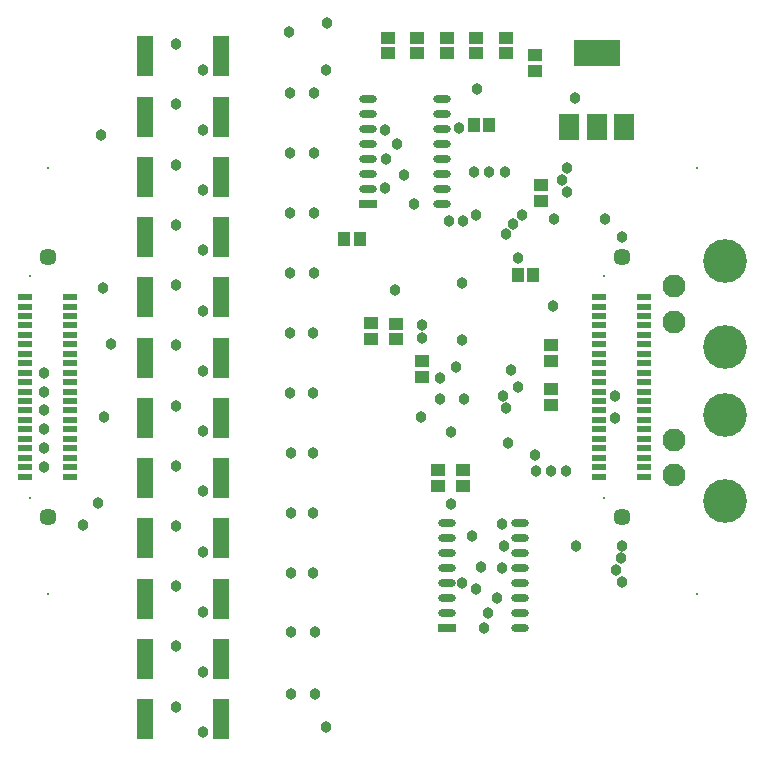
<source format=gbr>
%TF.GenerationSoftware,Altium Limited,Altium Designer,19.0.10 (269)*%
G04 Layer_Color=16711935*
%FSLAX26Y26*%
%MOIN*%
%TF.FileFunction,Soldermask,Bot*%
%TF.Part,Single*%
G01*
G75*
%TA.AperFunction,SMDPad,CuDef*%
%ADD40R,0.041465X0.045402*%
%ADD41R,0.157606X0.086740*%
%ADD42R,0.067055X0.086740*%
%TA.AperFunction,ConnectorPad*%
%ADD43R,0.045402X0.041465*%
%TA.AperFunction,SMDPad,CuDef*%
%ADD44R,0.047370X0.043433*%
%ADD45O,0.059181X0.027685*%
%ADD46R,0.059181X0.027685*%
%ADD47R,0.043433X0.047370*%
%ADD48R,0.045402X0.041465*%
%ADD49R,0.047244X0.023622*%
%ADD50R,0.057000X0.133000*%
%TA.AperFunction,ComponentPad*%
%ADD51C,0.008000*%
%ADD52C,0.057087*%
%ADD53C,0.145795*%
%ADD54C,0.076898*%
%TA.AperFunction,WasherPad*%
%ADD55C,0.008000*%
%TA.AperFunction,ViaPad*%
%ADD56C,0.038000*%
D40*
X1667323Y2152559D02*
D03*
X1616142D02*
D03*
D41*
X2026575Y2392717D02*
D03*
D42*
X1936024Y2144685D02*
D03*
X2026575D02*
D03*
X2117126D02*
D03*
D43*
X1329724Y2441929D02*
D03*
Y2390748D02*
D03*
X1428150Y2390748D02*
D03*
Y2441929D02*
D03*
X1526575Y2390748D02*
D03*
Y2441929D02*
D03*
X1625000Y2390748D02*
D03*
Y2441929D02*
D03*
X1723425Y2441929D02*
D03*
Y2390748D02*
D03*
D44*
X1821850Y2332677D02*
D03*
Y2385827D02*
D03*
X1442913Y1364173D02*
D03*
Y1311024D02*
D03*
X1498799Y947500D02*
D03*
Y1000649D02*
D03*
X1581476Y948819D02*
D03*
Y1001968D02*
D03*
X1875984Y1218504D02*
D03*
Y1271653D02*
D03*
Y1418307D02*
D03*
Y1365158D02*
D03*
X1840551Y1950787D02*
D03*
Y1897638D02*
D03*
D45*
X1770551Y827165D02*
D03*
Y777165D02*
D03*
Y727165D02*
D03*
Y677165D02*
D03*
Y627165D02*
D03*
Y577165D02*
D03*
Y527165D02*
D03*
Y477165D02*
D03*
X1526575Y827165D02*
D03*
Y777165D02*
D03*
Y727165D02*
D03*
Y677165D02*
D03*
Y627165D02*
D03*
Y577165D02*
D03*
Y527165D02*
D03*
X1509842Y2237402D02*
D03*
Y2187402D02*
D03*
Y2137402D02*
D03*
Y2087402D02*
D03*
Y2037402D02*
D03*
Y1987402D02*
D03*
Y1937402D02*
D03*
Y1887402D02*
D03*
X1265866Y2237402D02*
D03*
Y2187402D02*
D03*
Y2137402D02*
D03*
Y2087402D02*
D03*
Y2037402D02*
D03*
Y1987402D02*
D03*
Y1937402D02*
D03*
D46*
X1526575Y477165D02*
D03*
X1265866Y1887402D02*
D03*
D47*
X1239173Y1772638D02*
D03*
X1186024D02*
D03*
X1762795Y1651575D02*
D03*
X1815945D02*
D03*
D48*
X1273622Y1491142D02*
D03*
Y1439961D02*
D03*
X1356299Y1438976D02*
D03*
Y1490157D02*
D03*
D49*
X2185039Y980315D02*
D03*
X2035433D02*
D03*
X2185039Y1011811D02*
D03*
X2035433D02*
D03*
X2185039Y1043307D02*
D03*
X2035433D02*
D03*
X2185039Y1074803D02*
D03*
X2035433D02*
D03*
X2185039Y1106299D02*
D03*
X2035433D02*
D03*
X2185039Y1137795D02*
D03*
X2035433D02*
D03*
X2185039Y1169291D02*
D03*
X2035433D02*
D03*
X2185039Y1200787D02*
D03*
X2035433D02*
D03*
X2185039Y1232284D02*
D03*
X2035433D02*
D03*
X2185039Y1263780D02*
D03*
X2035433D02*
D03*
X2185039Y1295276D02*
D03*
X2035433D02*
D03*
X2185039Y1326772D02*
D03*
X2035433D02*
D03*
X2185039Y1358268D02*
D03*
X2035433D02*
D03*
X2185039Y1389764D02*
D03*
X2035433D02*
D03*
X2185039Y1421260D02*
D03*
X2035433D02*
D03*
X2185039Y1452756D02*
D03*
X2035433D02*
D03*
X2185039Y1484252D02*
D03*
X2035433D02*
D03*
X2185039Y1515748D02*
D03*
X2035433D02*
D03*
X2185039Y1547244D02*
D03*
X2035433D02*
D03*
X2185039Y1578740D02*
D03*
X2035433D02*
D03*
X271654Y980315D02*
D03*
X122047D02*
D03*
X271654Y1011811D02*
D03*
X122047D02*
D03*
X271654Y1043307D02*
D03*
X122047D02*
D03*
X271654Y1074803D02*
D03*
X122047D02*
D03*
X271654Y1106299D02*
D03*
X122047D02*
D03*
X271654Y1137795D02*
D03*
X122047D02*
D03*
X271654Y1169291D02*
D03*
X122047D02*
D03*
X271654Y1200787D02*
D03*
X122047D02*
D03*
X271654Y1232284D02*
D03*
X122047D02*
D03*
X271654Y1263780D02*
D03*
X122047D02*
D03*
X271654Y1295276D02*
D03*
X122047D02*
D03*
X271654Y1326772D02*
D03*
X122047D02*
D03*
X271654Y1358268D02*
D03*
X122047D02*
D03*
X271654Y1389764D02*
D03*
X122047D02*
D03*
X271654Y1421260D02*
D03*
X122047D02*
D03*
X271654Y1452756D02*
D03*
X122047D02*
D03*
X271654Y1484252D02*
D03*
X122047D02*
D03*
X271654Y1515748D02*
D03*
X122047D02*
D03*
X271654Y1547244D02*
D03*
X122047D02*
D03*
X271654Y1578740D02*
D03*
X122047D02*
D03*
D50*
X522591Y2380906D02*
D03*
X773591D02*
D03*
X522591Y2180118D02*
D03*
X773591D02*
D03*
X522591Y1979331D02*
D03*
X773591D02*
D03*
X522591Y1778543D02*
D03*
X773591D02*
D03*
X522591Y1577756D02*
D03*
X773591D02*
D03*
X522591Y1376969D02*
D03*
X773591D02*
D03*
X522591Y1176181D02*
D03*
X773591D02*
D03*
X522591Y975394D02*
D03*
X773591D02*
D03*
X522591Y774606D02*
D03*
X773591D02*
D03*
X522591Y573819D02*
D03*
X773591D02*
D03*
X522591Y373032D02*
D03*
X773591D02*
D03*
X522591Y172244D02*
D03*
X773591D02*
D03*
D51*
X2051181Y909449D02*
D03*
Y1649606D02*
D03*
X137795Y909449D02*
D03*
Y1649606D02*
D03*
D52*
X2110236Y846457D02*
D03*
Y1712599D02*
D03*
X196850Y846457D02*
D03*
Y1712599D02*
D03*
D53*
X2453543Y1187008D02*
D03*
Y899606D02*
D03*
Y1698819D02*
D03*
Y1411417D02*
D03*
D54*
X2283465Y984252D02*
D03*
Y1102362D02*
D03*
Y1496063D02*
D03*
Y1614173D02*
D03*
D55*
X196850Y2007874D02*
D03*
X2362205D02*
D03*
Y590551D02*
D03*
X196850D02*
D03*
D56*
X1825787Y999016D02*
D03*
X1819903Y1051181D02*
D03*
X384842Y1178150D02*
D03*
X185039Y1137795D02*
D03*
Y1263780D02*
D03*
Y1200787D02*
D03*
Y1326772D02*
D03*
Y1011811D02*
D03*
Y1074803D02*
D03*
X1692913Y575787D02*
D03*
X1385827Y1986220D02*
D03*
X1361220Y2089567D02*
D03*
X1321063Y2135630D02*
D03*
X1323327Y2038878D02*
D03*
X1320866Y1940945D02*
D03*
X1084646Y1659449D02*
D03*
X1765748Y1708661D02*
D03*
X1880997Y1550273D02*
D03*
X1924213Y999016D02*
D03*
X1080709Y1458661D02*
D03*
X1005905D02*
D03*
X2109213Y709052D02*
D03*
X2054134Y1838583D02*
D03*
X1885827D02*
D03*
X1625984Y607284D02*
D03*
X1956693Y748032D02*
D03*
X1716535Y750000D02*
D03*
X1955709Y2243110D02*
D03*
X1626292Y2272638D02*
D03*
X1567204Y2143701D02*
D03*
X2112205Y1779528D02*
D03*
X2088998Y1177165D02*
D03*
X2088732Y1248526D02*
D03*
X1578740Y1624016D02*
D03*
X1540354Y1128406D02*
D03*
X1502953Y1309055D02*
D03*
X1557087Y1346457D02*
D03*
X1585228Y1238771D02*
D03*
X1577833Y1437085D02*
D03*
X1579724Y1831693D02*
D03*
X1535433D02*
D03*
X1625894Y1851378D02*
D03*
X1722441Y1995079D02*
D03*
X1669291Y1996063D02*
D03*
X1619094Y1997047D02*
D03*
X1723425Y1207677D02*
D03*
X1875000Y999016D02*
D03*
X1710630Y677165D02*
D03*
X1713606Y1247677D02*
D03*
X1765748Y1277559D02*
D03*
X1740158Y1336614D02*
D03*
X1911511Y1968600D02*
D03*
X1417323Y1887795D02*
D03*
X1929134Y2007874D02*
D03*
Y1929134D02*
D03*
X1353347Y1603347D02*
D03*
X1778543Y1852929D02*
D03*
X1723425Y1787401D02*
D03*
X1749016Y1821850D02*
D03*
X1444882Y1486220D02*
D03*
X1445866Y1443898D02*
D03*
X1542323Y889764D02*
D03*
X1440945Y1180118D02*
D03*
X1732284Y1091535D02*
D03*
X1505906Y1238771D02*
D03*
X1128937Y2490630D02*
D03*
X1578740Y624764D02*
D03*
X1612205Y783465D02*
D03*
X1639764Y678150D02*
D03*
X1663386Y526575D02*
D03*
X1710630Y820866D02*
D03*
X2092622Y668340D02*
D03*
X2111323Y749052D02*
D03*
X2110339Y628968D02*
D03*
X1651575Y475394D02*
D03*
X1124016Y144685D02*
D03*
X364173Y893701D02*
D03*
X312992Y820600D02*
D03*
X1125984Y2334646D02*
D03*
X1000000Y2460630D02*
D03*
X1082677Y1259842D02*
D03*
Y858268D02*
D03*
X1084646Y1858268D02*
D03*
X1082677Y657480D02*
D03*
X1082677Y1059055D02*
D03*
X1007874Y858268D02*
D03*
Y460630D02*
D03*
X1084646Y2259843D02*
D03*
X1003937D02*
D03*
X1084646Y2059055D02*
D03*
X1003937D02*
D03*
Y1858268D02*
D03*
X1005905Y1659449D02*
D03*
Y1259842D02*
D03*
X1007874Y1059055D02*
D03*
X1007874Y657480D02*
D03*
X1086614Y460630D02*
D03*
X624232Y414134D02*
D03*
X713051Y328740D02*
D03*
Y1332677D02*
D03*
X1086614Y255905D02*
D03*
X1007874D02*
D03*
X713051Y1935039D02*
D03*
X374114Y2118110D02*
D03*
X381890Y1610236D02*
D03*
X409114Y1421260D02*
D03*
X713051Y2336614D02*
D03*
X624232Y2422008D02*
D03*
X713051Y2135827D02*
D03*
X624232Y2221220D02*
D03*
Y2020433D02*
D03*
X713051Y1734252D02*
D03*
X624232Y1819646D02*
D03*
X713051Y1533465D02*
D03*
X624232Y1618858D02*
D03*
Y1418071D02*
D03*
X713051Y1131890D02*
D03*
X624232Y1217283D02*
D03*
X713051Y931102D02*
D03*
X624232Y1016496D02*
D03*
X713051Y730315D02*
D03*
X624232Y815709D02*
D03*
X713051Y529528D02*
D03*
X624232Y614921D02*
D03*
X713051Y127953D02*
D03*
X624232Y213346D02*
D03*
%TF.MD5,89d8e3bfae89df3d0c51d95ec1134d8c*%
M02*

</source>
